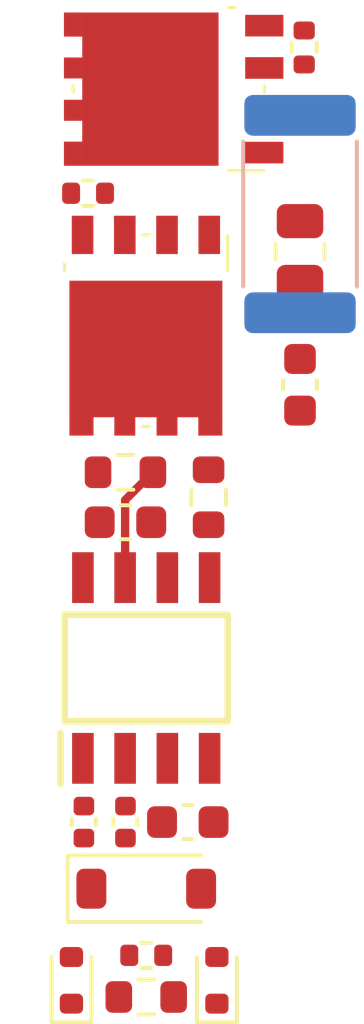
<source format=kicad_pcb>
(kicad_pcb (version 20241229) (generator "pcbnew") (generator_version "9.0")
  (layers (0 "F.Cu" signal) (2 "B.Cu" signal) (13 "F.Paste" user) (15 "B.Paste" user) (5 "F.SilkS" user "F.Silkscreen") (7 "B.SilkS" user "B.Silkscreen") (1 "F.Mask" user) (3 "B.Mask" user) (25 "Edge.Cuts" user))
  (net 0 "")
  (net 1 "U1.BOOT")
  (net 2 "VPLUS")
  (net 3 "HI_GATE")
  (net 4 "LO_GATE")
  (net 5 "D_BEMF")
  (net 6 "RC_NODE")
  (net 7 "LVG")
  (net 8 "TIM_CHN")
  (net 9 "BEMF")
  (net 10 "HVG")
  (net 11 "GND")
  (net 12 "V3V3")
  (net 13 "TIM_CHP")
  (net 14 "VCC")
  (net 15 "VSHUNTP")
  (net 16 "GPIO_BEMF")
  (net 17 "PHASEOUT")
  (footprint "C_0603_1608Metric:C_0603_1608Metric" (layer "F.Cu") (at 161.125 115.625)
    (property "Reference" "C5" (hide yes))
    (property "Value" "470nF 16V" (hide yes))
    (fp_line (start -0.14058 -0.51) (end 0.14058 -0.51) (stroke (width 0.12)) (layer "F.SilkS"))
    (fp_line (start -0.14058 0.51) (end 0.14058 0.51) (stroke (width 0.12)) (layer "F.SilkS"))
    (pad "1" smd roundrect (at -0.775 0) (size 0.9 0.95) (layers "F.Cu" "F.Mask" "F.Paste") (net 14 "VCC"))
    (pad "2" smd roundrect (at 0.775 0) (size 0.9 0.95) (layers "F.Cu" "F.Mask" "F.Paste") (net 11 "GND"))
  )
  (footprint "C_0402_1005Metric:C_0402_1005Metric" (layer "F.Cu") (at 159.25 115.625 -90)
    (property "Reference" "C3" (hide yes))
    (property "Value" "100pF 10V" (hide yes))
    (fp_line (start -0.107836 0.36) (end 0.107836 0.36) (stroke (width 0.12)) (layer "F.SilkS"))
    (fp_line (start -0.107836 -0.36) (end 0.107836 -0.36) (stroke (width 0.12)) (layer "F.SilkS"))
    (pad "1" smd roundrect (at -0.48 0 270) (size 0.56 0.62) (layers "F.Cu" "F.Mask" "F.Paste") (net 13 "TIM_CHP"))
    (pad "2" smd roundrect (at 0.48 0 270) (size 0.56 0.62) (layers "F.Cu" "F.Mask" "F.Paste") (net 11 "GND"))
  )
  (footprint "R_0402_1005Metric:R_0402_1005Metric" (layer "F.Cu") (at 164.625 92.375 -90)
    (property "Reference" "R5" (hide yes))
    (property "Value" "10k" (hide yes))
    (fp_line (start -0.153641 0.38) (end 0.153641 0.38) (stroke (width 0.12)) (layer "F.SilkS"))
    (fp_line (start -0.153641 -0.38) (end 0.153641 -0.38) (stroke (width 0.12)) (layer "F.SilkS"))
    (pad "1" smd roundrect (at -0.51 0 270) (size 0.54 0.64) (layers "F.Cu" "F.Mask" "F.Paste") (net 4 "LO_GATE"))
    (pad "2" smd roundrect (at 0.51 0 270) (size 0.54 0.64) (layers "F.Cu" "F.Mask" "F.Paste") (net 15 "VSHUNTP"))
  )
  (footprint "SOIC127P600X175-8N:SOIC127P600X175-8N" (layer "F.Cu") (at 159.875 111 90)
    (property "Reference" "U3" (hide yes))
    (property "Value" "L6387ED" (hide yes))
    (fp_line (start -3.475 -2.58) (end -1.95 -2.58) (stroke (width 0.2)) (layer "F.SilkS"))
    (fp_line (start 1.6 -2.45) (end 1.6 2.45) (stroke (width 0.2)) (layer "F.SilkS"))
    (fp_line (start -1.6 -2.45) (end 1.6 -2.45) (stroke (width 0.2)) (layer "F.SilkS"))
    (fp_line (start 1.6 2.45) (end -1.6 2.45) (stroke (width 0.2)) (layer "F.SilkS"))
    (fp_line (start -1.6 2.45) (end -1.6 -2.45) (stroke (width 0.2)) (layer "F.SilkS"))
    (pad "1" smd rect (at -2.712 -1.905 180) (size 0.65 1.525) (layers "F.Cu" "F.Mask" "F.Paste") (net 8 "TIM_CHN"))
    (pad "2" smd rect (at -2.712 -0.635 180) (size 0.65 1.525) (layers "F.Cu" "F.Mask" "F.Paste") (net 13 "TIM_CHP"))
    (pad "3" smd rect (at -2.712 0.635 180) (size 0.65 1.525) (layers "F.Cu" "F.Mask" "F.Paste") (net 14 "VCC"))
    (pad "4" smd rect (at -2.712 1.905 180) (size 0.65 1.525) (layers "F.Cu" "F.Mask" "F.Paste") (net 11 "GND"))
    (pad "5" smd rect (at 2.712 1.905 180) (size 0.65 1.525) (layers "F.Cu" "F.Mask" "F.Paste") (net 7 "LVG"))
    (pad "6" smd rect (at 2.712 0.635 180) (size 0.65 1.525) (layers "F.Cu" "F.Mask" "F.Paste") (net 17 "PHASEOUT"))
    (pad "7" smd rect (at 2.712 -0.635 180) (size 0.65 1.525) (layers "F.Cu" "F.Mask" "F.Paste") (net 10 "HVG"))
    (pad "8" smd rect (at 2.712 -1.905 180) (size 0.65 1.525) (layers "F.Cu" "F.Mask" "F.Paste") (net 1 "U1.BOOT"))
  )
  (footprint "R_0805_2012Metric:R_0805_2012Metric" (layer "F.Cu") (at 164.5 98.5 90)
    (property "Reference" "R7" (hide yes))
    (property "Value" "1" (hide yes))
    (fp_line (start -0.227064 -0.735) (end 0.227064 -0.735) (stroke (width 0.12)) (layer "F.SilkS"))
    (fp_line (start -0.227064 0.735) (end 0.227064 0.735) (stroke (width 0.12)) (layer "F.SilkS"))
    (pad "1" smd roundrect (at -0.9125 0 90) (size 1.025 1.4) (layers "F.Cu" "F.Mask" "F.Paste") (roundrect_rratio 0.243902) (net 17 "PHASEOUT"))
    (pad "2" smd roundrect (at 0.9125 0 90) (size 1.025 1.4) (layers "F.Cu" "F.Mask" "F.Paste") (roundrect_rratio 0.243902) (net 6 "RC_NODE"))
  )
  (footprint "C_0603_1608Metric:C_0603_1608Metric" (layer "F.Cu") (at 159.25 106.625)
    (property "Reference" "C2" (hide yes))
    (property "Value" "1uF 25V" (hide yes))
    (fp_line (start -0.14058 -0.51) (end 0.14058 -0.51) (stroke (width 0.12)) (layer "F.SilkS"))
    (fp_line (start -0.14058 0.51) (end 0.14058 0.51) (stroke (width 0.12)) (layer "F.SilkS"))
    (pad "1" smd roundrect (at -0.775 0) (size 0.9 0.95) (layers "F.Cu" "F.Mask" "F.Paste") (net 1 "U1.BOOT"))
    (pad "2" smd roundrect (at 0.775 0) (size 0.9 0.95) (layers "F.Cu" "F.Mask" "F.Paste") (net 17 "PHASEOUT"))
  )
  (footprint "STL140N6F7:STL140N6F7" (layer "F.Cu") (at 160.55 93.625 90)
    (property "Reference" "U2" (hide yes))
    (property "Value" "STL180N6F7" (hide yes))
    (fp_line (start -0.1 -2.875) (end 0.1 -2.875) (stroke (width 0.1)) (layer "F.SilkS"))
    (fp_line (start 2.45 1.8) (end 2.45 2) (stroke (width 0.1)) (layer "F.SilkS"))
    (fp_line (start -2.45 1.8) (end -2.45 2.85) (stroke (width 0.1)) (layer "F.SilkS"))
    (fp_line (start -0.1 2.875) (end 0.1 2.875) (stroke (width 0.1)) (layer "F.SilkS"))
    (pad "1" smd rect (at -1.905 2.875 90) (size 0.65 1.15) (layers "F.Cu" "F.Mask" "F.Paste") (net 15 "VSHUNTP"))
    (pad "2" smd rect (at -0.635 2.875 90) (size 0.65 1.15) (layers "F.Cu" "F.Mask" "F.Paste") (net 15 "VSHUNTP"))
    (pad "3" smd rect (at 0.635 2.875 90) (size 0.65 1.15) (layers "F.Cu" "F.Mask" "F.Paste") (net 15 "VSHUNTP"))
    (pad "4" smd rect (at 1.905 2.875 90) (size 0.65 1.15) (layers "F.Cu" "F.Mask" "F.Paste") (net 4 "LO_GATE"))
    (pad "5" smd rect (at 1.938 -2.875 180) (size 0.55 0.725) (layers "F.Cu" "F.Mask" "F.Paste") (net 17 "PHASEOUT"))
    (pad "6" smd rect (at 0.635 -2.875 180) (size 0.55 0.63) (layers "F.Cu" "F.Mask" "F.Paste") (net 17 "PHASEOUT"))
    (pad "7" smd rect (at -0.635 -2.875 180) (size 0.55 0.63) (layers "F.Cu" "F.Mask" "F.Paste") (net 17 "PHASEOUT"))
    (pad "8" smd rect (at -1.938 -2.875 180) (size 0.55 0.725) (layers "F.Cu" "F.Mask" "F.Paste") (net 17 "PHASEOUT"))
    (pad "9" smd rect (at 0 -0.55 180) (size 4.1 4.6) (layers "F.Cu" "F.Mask" "F.Paste") (net 17 "PHASEOUT"))
  )
  (footprint "D_SOD-523:D_SOD-523" (layer "F.Cu") (at 157.625 120.375 90)
    (property "Reference" "D2" (hide yes))
    (property "Value" "BAT30KFILM" (hide yes))
    (fp_line (start 0.7 -0.6) (end -1.26 -0.6) (stroke (width 0.12)) (layer "F.SilkS"))
    (fp_line (start -1.26 -0.6) (end -1.26 0.6) (stroke (width 0.12)) (layer "F.SilkS"))
    (fp_line (start 0.7 0.6) (end -1.26 0.6) (stroke (width 0.12)) (layer "F.SilkS"))
    (pad "1" smd roundrect (at -0.7 0 270) (size 0.6 0.7) (layers "F.Cu" "F.Mask" "F.Paste") (net 12 "V3V3"))
    (pad "2" smd roundrect (at 0.7 0 270) (size 0.6 0.7) (layers "F.Cu" "F.Mask" "F.Paste") (net 9 "BEMF"))
  )
  (footprint "C_0603_1608Metric:C_0603_1608Metric" (layer "F.Cu") (at 164.5 102.5 -90)
    (property "Reference" "C1" (hide yes))
    (property "Value" "1nF 100V" (hide yes))
    (fp_line (start -0.14058 0.51) (end 0.14058 0.51) (stroke (width 0.12)) (layer "F.SilkS"))
    (fp_line (start -0.14058 -0.51) (end 0.14058 -0.51) (stroke (width 0.12)) (layer "F.SilkS"))
    (pad "1" smd roundrect (at -0.775 0 270) (size 0.9 0.95) (layers "F.Cu" "F.Mask" "F.Paste") (net 6 "RC_NODE"))
    (pad "2" smd roundrect (at 0.775 0 270) (size 0.9 0.95) (layers "F.Cu" "F.Mask" "F.Paste") (net 11 "GND"))
  )
  (footprint "R_0603_1608Metric:R_0603_1608Metric" (layer "F.Cu") (at 159.25 105.125 180)
    (property "Reference" "R2" (hide yes))
    (property "Value" "33" (hide yes))
    (fp_line (start -0.237258 0.5225) (end 0.237258 0.5225) (stroke (width 0.12)) (layer "F.SilkS"))
    (fp_line (start -0.237258 -0.5225) (end 0.237258 -0.5225) (stroke (width 0.12)) (layer "F.SilkS"))
    (pad "1" smd roundrect (at -0.825 0 180) (size 0.8 0.95) (layers "F.Cu" "F.Mask" "F.Paste") (net 10 "HVG"))
    (pad "2" smd roundrect (at 0.825 0 180) (size 0.8 0.95) (layers "F.Cu" "F.Mask" "F.Paste") (net 3 "HI_GATE"))
  )
  (footprint "R_0402_1005Metric:R_0402_1005Metric" (layer "F.Cu") (at 158.125 96.75)
    (property "Reference" "R3" (hide yes))
    (property "Value" "10k" (hide yes))
    (fp_line (start -0.153641 -0.38) (end 0.153641 -0.38) (stroke (width 0.12)) (layer "F.SilkS"))
    (fp_line (start -0.153641 0.38) (end 0.153641 0.38) (stroke (width 0.12)) (layer "F.SilkS"))
    (pad "1" smd roundrect (at -0.51 0) (size 0.54 0.64) (layers "F.Cu" "F.Mask" "F.Paste") (net 3 "HI_GATE"))
    (pad "2" smd roundrect (at 0.51 0) (size 0.54 0.64) (layers "F.Cu" "F.Mask" "F.Paste") (net 17 "PHASEOUT"))
  )
  (footprint "STL140N6F7:STL140N6F7" (layer "F.Cu") (at 159.865 100.875 180)
    (property "Reference" "U1" (hide yes))
    (property "Value" "STL180N6F7" (hide yes))
    (fp_line (start 2.45 1.8) (end 2.45 2) (stroke (width 0.1)) (layer "F.SilkS"))
    (fp_line (start -0.1 2.875) (end 0.1 2.875) (stroke (width 0.1)) (layer "F.SilkS"))
    (fp_line (start -0.1 -2.875) (end 0.1 -2.875) (stroke (width 0.1)) (layer "F.SilkS"))
    (fp_line (start -2.45 1.8) (end -2.45 2.85) (stroke (width 0.1)) (layer "F.SilkS"))
    (pad "1" smd rect (at -1.905 2.875 180) (size 0.65 1.15) (layers "F.Cu" "F.Mask" "F.Paste") (net 17 "PHASEOUT"))
    (pad "2" smd rect (at -0.635 2.875 180) (size 0.65 1.15) (layers "F.Cu" "F.Mask" "F.Paste") (net 17 "PHASEOUT"))
    (pad "3" smd rect (at 0.635 2.875 180) (size 0.65 1.15) (layers "F.Cu" "F.Mask" "F.Paste") (net 17 "PHASEOUT"))
    (pad "4" smd rect (at 1.905 2.875 180) (size 0.65 1.15) (layers "F.Cu" "F.Mask" "F.Paste") (net 3 "HI_GATE"))
    (pad "5" smd rect (at 1.938 -2.875 270) (size 0.55 0.725) (layers "F.Cu" "F.Mask" "F.Paste") (net 2 "VPLUS"))
    (pad "6" smd rect (at 0.635 -2.875 270) (size 0.55 0.63) (layers "F.Cu" "F.Mask" "F.Paste") (net 2 "VPLUS"))
    (pad "7" smd rect (at -0.635 -2.875 270) (size 0.55 0.63) (layers "F.Cu" "F.Mask" "F.Paste") (net 2 "VPLUS"))
    (pad "8" smd rect (at -1.938 -2.875 270) (size 0.55 0.725) (layers "F.Cu" "F.Mask" "F.Paste") (net 2 "VPLUS"))
    (pad "9" smd rect (at 0 -0.55 270) (size 4.1 4.6) (layers "F.Cu" "F.Mask" "F.Paste") (net 2 "VPLUS"))
  )
  (footprint "C_0402_1005Metric:C_0402_1005Metric" (layer "F.Cu") (at 158 115.625 -90)
    (property "Reference" "C4" (hide yes))
    (property "Value" "100pF 10V" (hide yes))
    (fp_line (start -0.107836 0.36) (end 0.107836 0.36) (stroke (width 0.12)) (layer "F.SilkS"))
    (fp_line (start -0.107836 -0.36) (end 0.107836 -0.36) (stroke (width 0.12)) (layer "F.SilkS"))
    (pad "1" smd roundrect (at -0.48 0 270) (size 0.56 0.62) (layers "F.Cu" "F.Mask" "F.Paste") (net 8 "TIM_CHN"))
    (pad "2" smd roundrect (at 0.48 0 270) (size 0.56 0.62) (layers "F.Cu" "F.Mask" "F.Paste") (net 11 "GND"))
  )
  (footprint "D_SOD-123:D_SOD-123" (layer "F.Cu") (at 159.875 117.625)
    (property "Reference" "D3" (hide yes))
    (property "Value" "STPS0560Z" (hide yes))
    (fp_line (start -2.36 -1) (end -2.36 1) (stroke (width 0.12)) (layer "F.SilkS"))
    (fp_line (start -2.36 -1) (end 1.65 -1) (stroke (width 0.12)) (layer "F.SilkS"))
    (fp_line (start -2.36 1) (end 1.65 1) (stroke (width 0.12)) (layer "F.SilkS"))
    (pad "1" smd roundrect (at -1.65 0) (size 0.9 1.2) (layers "F.Cu" "F.Mask" "F.Paste") (net 1 "U1.BOOT"))
    (pad "2" smd roundrect (at 1.65 0) (size 0.9 1.2) (layers "F.Cu" "F.Mask" "F.Paste") (net 14 "VCC"))
  )
  (footprint "D_SOD-523:D_SOD-523" (layer "F.Cu") (at 162 120.375 90)
    (property "Reference" "D1" (hide yes))
    (property "Value" "BAT30KFILM" (hide yes))
    (fp_line (start 0.7 -0.6) (end -1.26 -0.6) (stroke (width 0.12)) (layer "F.SilkS"))
    (fp_line (start -1.26 -0.6) (end -1.26 0.6) (stroke (width 0.12)) (layer "F.SilkS"))
    (fp_line (start 0.7 0.6) (end -1.26 0.6) (stroke (width 0.12)) (layer "F.SilkS"))
    (pad "1" smd roundrect (at -0.7 0 270) (size 0.6 0.7) (layers "F.Cu" "F.Mask" "F.Paste") (net 16 "GPIO_BEMF"))
    (pad "2" smd roundrect (at 0.7 0 270) (size 0.6 0.7) (layers "F.Cu" "F.Mask" "F.Paste") (net 5 "D_BEMF"))
  )
  (footprint "R_0402_1005Metric:R_0402_1005Metric" (layer "F.Cu") (at 159.875 119.625 180)
    (property "Reference" "R1" (hide yes))
    (property "Value" "2.2k" (hide yes))
    (fp_line (start -0.153641 0.38) (end 0.153641 0.38) (stroke (width 0.12)) (layer "F.SilkS"))
    (fp_line (start -0.153641 -0.38) (end 0.153641 -0.38) (stroke (width 0.12)) (layer "F.SilkS"))
    (pad "1" smd roundrect (at -0.51 0 180) (size 0.54 0.64) (layers "F.Cu" "F.Mask" "F.Paste") (net 5 "D_BEMF"))
    (pad "2" smd roundrect (at 0.51 0 180) (size 0.54 0.64) (layers "F.Cu" "F.Mask" "F.Paste") (net 9 "BEMF"))
  )
  (footprint "R_0603_1608Metric:R_0603_1608Metric" (layer "F.Cu") (at 159.875 120.875 180)
    (property "Reference" "R6" (hide yes))
    (property "Value" "10k" (hide yes))
    (fp_line (start -0.237258 0.5225) (end 0.237258 0.5225) (stroke (width 0.12)) (layer "F.SilkS"))
    (fp_line (start -0.237258 -0.5225) (end 0.237258 -0.5225) (stroke (width 0.12)) (layer "F.SilkS"))
    (pad "1" smd roundrect (at -0.825 0 180) (size 0.8 0.95) (layers "F.Cu" "F.Mask" "F.Paste") (net 17 "PHASEOUT"))
    (pad "2" smd roundrect (at 0.825 0 180) (size 0.8 0.95) (layers "F.Cu" "F.Mask" "F.Paste") (net 9 "BEMF"))
  )
  (footprint "R_0603_1608Metric:R_0603_1608Metric" (layer "F.Cu") (at 161.75 105.875 90)
    (property "Reference" "R4" (hide yes))
    (property "Value" "33" (hide yes))
    (fp_line (start -0.237258 -0.5225) (end 0.237258 -0.5225) (stroke (width 0.12)) (layer "F.SilkS"))
    (fp_line (start -0.237258 0.5225) (end 0.237258 0.5225) (stroke (width 0.12)) (layer "F.SilkS"))
    (pad "1" smd roundrect (at -0.825 0 90) (size 0.8 0.95) (layers "F.Cu" "F.Mask" "F.Paste") (net 7 "LVG"))
    (pad "2" smd roundrect (at 0.825 0 90) (size 0.8 0.95) (layers "F.Cu" "F.Mask" "F.Paste") (net 4 "LO_GATE"))
  )
  (footprint "R_2512_6332Metric:R_2512_6332Metric" (layer "B.Cu") (at 164.5 97.375 -90)
    (property "Reference" "R8" (hide yes))
    (property "Value" "3m 1%" (hide yes))
    (fp_line (start -2.177064 1.71) (end 2.177064 1.71) (stroke (width 0.12)) (layer "B.SilkS"))
    (fp_line (start -2.177064 -1.71) (end 2.177064 -1.71) (stroke (width 0.12)) (layer "B.SilkS"))
    (pad "1" smd roundrect (at -2.9625 0 270) (size 1.225 3.35) (layers "B.Cu" "B.Mask" "B.Paste") (roundrect_rratio 0.204082) (net 15 "VSHUNTP"))
    (pad "2" smd roundrect (at 2.9625 0 270) (size 1.225 3.35) (layers "B.Cu" "B.Mask" "B.Paste") (roundrect_rratio 0.204082) (net 11 "GND"))
  )
  (segment (start 159.24 105.96) (end 160.075 105.125) (width 0.25) (layer "F.Cu") (net 10))
  (segment (start 159.24 108.288) (end 159.24 105.96) (width 0.25) (layer "F.Cu") (net 10))
)
</source>
